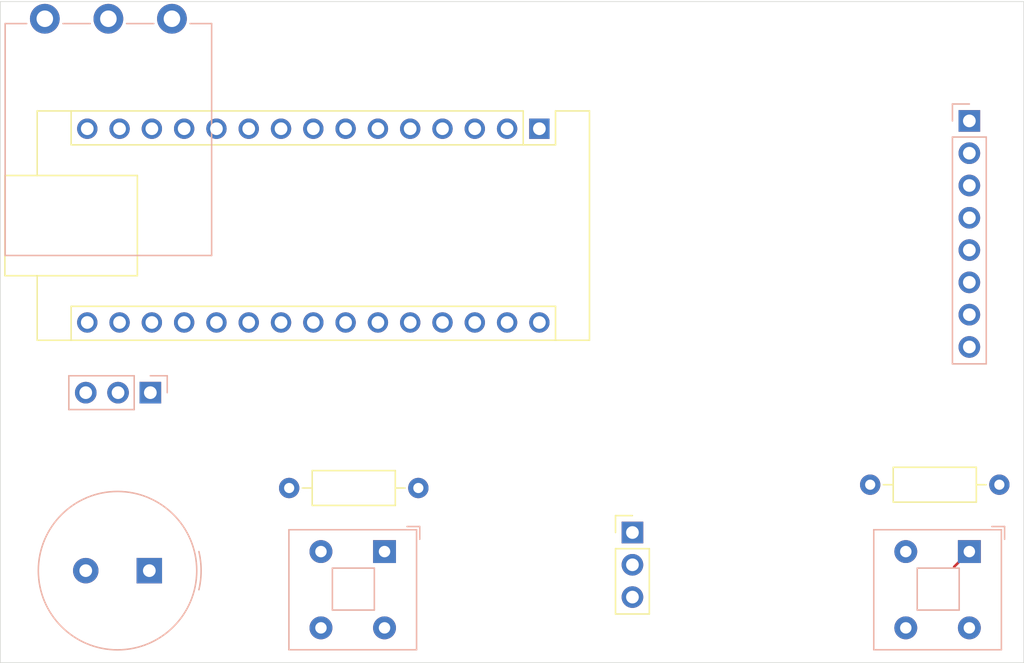
<source format=kicad_pcb>
(kicad_pcb (version 20240108) (generator "pcbnew") (generator_version "8.0")
  (layers (0 "F.Cu" signal) (31 "B.Cu" signal) (34 "B.Paste" user) (35 "F.Paste" user) (36 "B.SilkS" user "B.Silkscreen") (37 "F.SilkS" user "F.Silkscreen") (38 "B.Mask" user) (39 "F.Mask" user) (44 "Edge.Cuts" user))
  (net 0 "")
  (net 1 "Net-(A1-D5)")
  (net 4 "Net-(A1-D9)")
  (net 6 "Net-(A1-D4)")
  (net 7 "Net-(A1-+5V)")
  (net 8 "Net-(A1-D13)")
  (net 12 "Net-(BZ1--)")
  (net 13 "Net-(A1-3V3)")
  (net 15 "Net-(A1-D11)")
  (net 18 "Net-(A1-D10)")
  (net 20 "Net-(A1-D8)")
  (net 21 "Net-(A1-D6)")
  (net 23 "Net-(A1-A0)")
  (net 27 "Net-(A1-D7)")
  (net 31 "Net-(J2-Pin_7)")
  (footprint "Module:Arduino_Nano" (layer "F.Cu") (at 153.4 72 -90)
    (property "Reference" "A1" (hide yes))
    (property "Value" "Arduino_Nano_v3.x" (hide yes))
    (fp_line (start 3.68 42.04) (end 3.68 31.62) (stroke (width 0.12)) (layer "F.SilkS"))
    (fp_line (start 11.56 42.04) (end 3.68 42.04) (stroke (width 0.12)) (layer "F.SilkS"))
    (fp_line (start -1.4 39.5) (end 3.68 39.5) (stroke (width 0.12)) (layer "F.SilkS"))
    (fp_line (start 16.64 39.5) (end 11.56 39.5) (stroke (width 0.12)) (layer "F.SilkS"))
    (fp_line (start 16.64 39.5) (end 16.64 -3.94) (stroke (width 0.12)) (layer "F.SilkS"))
    (fp_line (start 1.27 36.83) (end -1.4 36.83) (stroke (width 0.12)) (layer "F.SilkS"))
    (fp_line (start 13.97 36.83) (end 16.64 36.83) (stroke (width 0.12)) (layer "F.SilkS"))
    (fp_line (start 3.68 31.62) (end 11.56 31.62) (stroke (width 0.12)) (layer "F.SilkS"))
    (fp_line (start 11.56 31.62) (end 11.56 42.04) (stroke (width 0.12)) (layer "F.SilkS"))
    (fp_line (start -1.4 1.27) (end -1.4 39.5) (stroke (width 0.12)) (layer "F.SilkS"))
    (fp_line (start 1.27 1.27) (end 1.27 36.83) (stroke (width 0.12)) (layer "F.SilkS"))
    (fp_line (start 1.27 1.27) (end -1.4 1.27) (stroke (width 0.12)) (layer "F.SilkS"))
    (fp_line (start 1.27 1.27) (end 1.27 -1.27) (stroke (width 0.12)) (layer "F.SilkS"))
    (fp_line (start 1.27 -1.27) (end -1.4 -1.27) (stroke (width 0.12)) (layer "F.SilkS"))
    (fp_line (start 13.97 -1.27) (end 13.97 36.83) (stroke (width 0.12)) (layer "F.SilkS"))
    (fp_line (start 13.97 -1.27) (end 16.64 -1.27) (stroke (width 0.12)) (layer "F.SilkS"))
    (fp_line (start -1.4 -3.94) (end -1.4 -1.27) (stroke (width 0.12)) (layer "F.SilkS"))
    (fp_line (start 16.64 -3.94) (end -1.4 -3.94) (stroke (width 0.12)) (layer "F.SilkS"))
    (pad "1" thru_hole rect (at 0 0 270) (size 1.6 1.6) (drill 1) (layers "*.Cu" "*.Mask"))
    (pad "2" thru_hole oval (at 0 2.54 270) (size 1.6 1.6) (drill 1) (layers "*.Cu" "*.Mask"))
    (pad "3" thru_hole oval (at 0 5.08 270) (size 1.6 1.6) (drill 1) (layers "*.Cu" "*.Mask"))
    (pad "4" thru_hole oval (at 0 7.62 270) (size 1.6 1.6) (drill 1) (layers "*.Cu" "*.Mask") (net 12 "Net-(BZ1--)"))
    (pad "5" thru_hole oval (at 0 10.16 270) (size 1.6 1.6) (drill 1) (layers "*.Cu" "*.Mask"))
    (pad "6" thru_hole oval (at 0 12.7 270) (size 1.6 1.6) (drill 1) (layers "*.Cu" "*.Mask"))
    (pad "7" thru_hole oval (at 0 15.24 270) (size 1.6 1.6) (drill 1) (layers "*.Cu" "*.Mask") (net 6 "Net-(A1-D4)"))
    (pad "8" thru_hole oval (at 0 17.78 270) (size 1.6 1.6) (drill 1) (layers "*.Cu" "*.Mask") (net 1 "Net-(A1-D5)"))
    (pad "9" thru_hole oval (at 0 20.32 270) (size 1.6 1.6) (drill 1) (layers "*.Cu" "*.Mask") (net 21 "Net-(A1-D6)"))
    (pad "10" thru_hole oval (at 0 22.86 270) (size 1.6 1.6) (drill 1) (layers "*.Cu" "*.Mask") (net 27 "Net-(A1-D7)"))
    (pad "11" thru_hole oval (at 0 25.4 270) (size 1.6 1.6) (drill 1) (layers "*.Cu" "*.Mask") (net 20 "Net-(A1-D8)"))
    (pad "12" thru_hole oval (at 0 27.94 270) (size 1.6 1.6) (drill 1) (layers "*.Cu" "*.Mask") (net 4 "Net-(A1-D9)"))
    (pad "13" thru_hole oval (at 0 30.48 270) (size 1.6 1.6) (drill 1) (layers "*.Cu" "*.Mask") (net 18 "Net-(A1-D10)"))
    (pad "14" thru_hole oval (at 0 33.02 270) (size 1.6 1.6) (drill 1) (layers "*.Cu" "*.Mask") (net 15 "Net-(A1-D11)"))
    (pad "15" thru_hole oval (at 0 35.56 270) (size 1.6 1.6) (drill 1) (layers "*.Cu" "*.Mask"))
    (pad "16" thru_hole oval (at 15.24 35.56 270) (size 1.6 1.6) (drill 1) (layers "*.Cu" "*.Mask") (net 8 "Net-(A1-D13)"))
    (pad "17" thru_hole oval (at 15.24 33.02 270) (size 1.6 1.6) (drill 1) (layers "*.Cu" "*.Mask") (net 13 "Net-(A1-3V3)"))
    (pad "18" thru_hole oval (at 15.24 30.48 270) (size 1.6 1.6) (drill 1) (layers "*.Cu" "*.Mask"))
    (pad "19" thru_hole oval (at 15.24 27.94 270) (size 1.6 1.6) (drill 1) (layers "*.Cu" "*.Mask") (net 23 "Net-(A1-A0)"))
    (pad "20" thru_hole oval (at 15.24 25.4 270) (size 1.6 1.6) (drill 1) (layers "*.Cu" "*.Mask"))
    (pad "21" thru_hole oval (at 15.24 22.86 270) (size 1.6 1.6) (drill 1) (layers "*.Cu" "*.Mask"))
    (pad "22" thru_hole oval (at 15.24 20.32 270) (size 1.6 1.6) (drill 1) (layers "*.Cu" "*.Mask"))
    (pad "23" thru_hole oval (at 15.24 17.78 270) (size 1.6 1.6) (drill 1) (layers "*.Cu" "*.Mask"))
    (pad "24" thru_hole oval (at 15.24 15.24 270) (size 1.6 1.6) (drill 1) (layers "*.Cu" "*.Mask"))
    (pad "25" thru_hole oval (at 15.24 12.7 270) (size 1.6 1.6) (drill 1) (layers "*.Cu" "*.Mask"))
    (pad "26" thru_hole oval (at 15.24 10.16 270) (size 1.6 1.6) (drill 1) (layers "*.Cu" "*.Mask"))
    (pad "27" thru_hole oval (at 15.24 7.62 270) (size 1.6 1.6) (drill 1) (layers "*.Cu" "*.Mask") (net 7 "Net-(A1-+5V)"))
    (pad "28" thru_hole oval (at 15.24 5.08 270) (size 1.6 1.6) (drill 1) (layers "*.Cu" "*.Mask"))
    (pad "29" thru_hole oval (at 15.24 2.54 270) (size 1.6 1.6) (drill 1) (layers "*.Cu" "*.Mask"))
    (pad "30" thru_hole oval (at 15.24 0 270) (size 1.6 1.6) (drill 1) (layers "*.Cu" "*.Mask"))
  )
  (footprint "Connector_PinHeader_2.54mm:PinHeader_1x03_P2.54mm_Vertical" (layer "F.Cu") (at 160.72 103.76)
    (property "Reference" "M1" (hide yes))
    (property "Value" "Motor_Servo" (hide yes))
    (fp_line (start -1.33 -1.33) (end 0 -1.33) (stroke (width 0.12)) (layer "F.SilkS"))
    (fp_line (start -1.33 0) (end -1.33 -1.33) (stroke (width 0.12)) (layer "F.SilkS"))
    (fp_line (start -1.33 1.27) (end -1.33 6.41) (stroke (width 0.12)) (layer "F.SilkS"))
    (fp_line (start -1.33 1.27) (end 1.33 1.27) (stroke (width 0.12)) (layer "F.SilkS"))
    (fp_line (start -1.33 6.41) (end 1.33 6.41) (stroke (width 0.12)) (layer "F.SilkS"))
    (fp_line (start 1.33 1.27) (end 1.33 6.41) (stroke (width 0.12)) (layer "F.SilkS"))
    (pad "1" thru_hole rect (at 0 0) (size 1.7 1.7) (drill 1) (layers "*.Cu" "*.Mask") (net 6 "Net-(A1-D4)"))
    (pad "2" thru_hole oval (at 0 2.54) (size 1.7 1.7) (drill 1) (layers "*.Cu" "*.Mask") (net 7 "Net-(A1-+5V)"))
    (pad "3" thru_hole oval (at 0 5.08) (size 1.7 1.7) (drill 1) (layers "*.Cu" "*.Mask") (net 12 "Net-(BZ1--)"))
  )
  (footprint "Resistor_THT:R_Axial_DIN0207_L6.3mm_D2.5mm_P10.16mm_Horizontal" (layer "F.Cu") (at 133.72 100.26)
    (property "Reference" "R2" (hide yes))
    (property "Value" "10k" (hide yes))
    (fp_line (start 1.04 0) (end 1.81 0) (stroke (width 0.12)) (layer "F.SilkS"))
    (fp_line (start 1.81 -1.37) (end 1.81 1.37) (stroke (width 0.12)) (layer "F.SilkS"))
    (fp_line (start 1.81 1.37) (end 8.35 1.37) (stroke (width 0.12)) (layer "F.SilkS"))
    (fp_line (start 8.35 -1.37) (end 1.81 -1.37) (stroke (width 0.12)) (layer "F.SilkS"))
    (fp_line (start 8.35 1.37) (end 8.35 -1.37) (stroke (width 0.12)) (layer "F.SilkS"))
    (fp_line (start 9.12 0) (end 8.35 0) (stroke (width 0.12)) (layer "F.SilkS"))
    (pad "1" thru_hole circle (at 0 0) (size 1.6 1.6) (drill 0.8) (layers "*.Cu" "*.Mask") (net 12 "Net-(BZ1--)"))
    (pad "2" thru_hole oval (at 10.16 0) (size 1.6 1.6) (drill 0.8) (layers "*.Cu" "*.Mask") (net 1 "Net-(A1-D5)"))
  )
  (footprint "Resistor_THT:R_Axial_DIN0207_L6.3mm_D2.5mm_P10.16mm_Horizontal" (layer "F.Cu") (at 179.42 100)
    (property "Reference" "R1" (hide yes))
    (property "Value" "10k" (hide yes))
    (fp_line (start 1.04 0) (end 1.81 0) (stroke (width 0.12)) (layer "F.SilkS"))
    (fp_line (start 1.81 -1.37) (end 1.81 1.37) (stroke (width 0.12)) (layer "F.SilkS"))
    (fp_line (start 1.81 1.37) (end 8.35 1.37) (stroke (width 0.12)) (layer "F.SilkS"))
    (fp_line (start 8.35 -1.37) (end 1.81 -1.37) (stroke (width 0.12)) (layer "F.SilkS"))
    (fp_line (start 8.35 1.37) (end 8.35 -1.37) (stroke (width 0.12)) (layer "F.SilkS"))
    (fp_line (start 9.12 0) (end 8.35 0) (stroke (width 0.12)) (layer "F.SilkS"))
    (pad "1" thru_hole circle (at 0 0) (size 1.6 1.6) (drill 0.8) (layers "*.Cu" "*.Mask") (net 12 "Net-(BZ1--)"))
    (pad "2" thru_hole oval (at 10.16 0) (size 1.6 1.6) (drill 0.8) (layers "*.Cu" "*.Mask") (net 21 "Net-(A1-D6)"))
  )
  (footprint "Button_Switch_THT:SW_Push_2P1T_Toggle_CK_PVA1xxH1xxxxxxV2" (layer "B.Cu") (at 187.22 105.26 180)
    (property "Reference" "backBtn1" (hide yes))
    (property "Value" "SW_Push" (hide yes))
    (fp_line (start 7.52 1.72) (end 7.52 -7.72) (stroke (width 0.12)) (layer "B.SilkS"))
    (fp_line (start 4.1 -4.6) (end 4.1 -1.3) (stroke (width 0.12)) (layer "B.SilkS"))
    (fp_line (start 0.8 -1.3) (end 4.1 -1.3) (stroke (width 0.12)) (layer "B.SilkS"))
    (fp_line (start 0.8 -4.6) (end 4.1 -4.6) (stroke (width 0.12)) (layer "B.SilkS"))
    (fp_line (start 0.8 -4.6) (end 0.8 -1.3) (stroke (width 0.12)) (layer "B.SilkS"))
    (fp_line (start -2.52 1.72) (end 7.52 1.72) (stroke (width 0.12)) (layer "B.SilkS"))
    (fp_line (start -2.52 1.72) (end -2.52 -7.72) (stroke (width 0.12)) (layer "B.SilkS"))
    (fp_line (start -2.52 -7.72) (end 7.52 -7.72) (stroke (width 0.12)) (layer "B.SilkS"))
    (fp_line (start -2.77 1.97) (end -1.77 1.97) (stroke (width 0.12)) (layer "B.SilkS"))
    (fp_line (start -2.77 1.97) (end -2.77 0.97) (stroke (width 0.12)) (layer "B.SilkS"))
    (pad "1" thru_hole rect (at 0 0 180) (size 1.8 1.8) (drill 0.9) (layers "*.Cu" "*.Mask") (net 7 "Net-(A1-+5V)"))
    (pad "2" thru_hole circle (at 5 0 180) (size 1.8 1.8) (drill 0.9) (layers "*.Cu" "*.Mask") (net 21 "Net-(A1-D6)"))
    (pad "3" thru_hole circle (at 0 -6 180) (size 1.8 1.8) (drill 0.9) (layers "*.Cu" "*.Mask"))
    (pad "4" thru_hole circle (at 5 -6 180) (size 1.8 1.8) (drill 0.9) (layers "*.Cu" "*.Mask"))
  )
  (footprint "Buzzer_Beeper:Buzzer_TDK_PS1240P02BT_D12.2mm_H6.5mm" (layer "B.Cu") (at 122.72 106.76 180)
    (property "Reference" "BZ1" (hide yes))
    (property "Value" "Buzzer" (hide yes))
    (fp_arc (start -3.9 1.5) (mid -4.073431 0) (end -3.9 -1.499999) (stroke (width 0.12)) (layer "B.SilkS"))
    (fp_circle (center 2.5 0) (end 8.73 0) (stroke (width 0.12)) (fill none) (layer "B.SilkS"))
    (pad "1" thru_hole rect (at 0 0 180) (size 2 2) (drill 1) (layers "*.Cu" "*.Mask") (net 27 "Net-(A1-D7)"))
    (pad "2" thru_hole circle (at 5 0 180) (size 2 2) (drill 1) (layers "*.Cu" "*.Mask") (net 12 "Net-(BZ1--)"))
  )
  (footprint "Button_Switch_THT:SW_Push_2P1T_Toggle_CK_PVA1xxH1xxxxxxV2" (layer "B.Cu") (at 141.22 105.26 180)
    (property "Reference" "confirmBtn1" (hide yes))
    (property "Value" "SW_Push" (hide yes))
    (fp_line (start 7.52 1.72) (end 7.52 -7.72) (stroke (width 0.12)) (layer "B.SilkS"))
    (fp_line (start 4.1 -4.6) (end 4.1 -1.3) (stroke (width 0.12)) (layer "B.SilkS"))
    (fp_line (start 0.8 -1.3) (end 4.1 -1.3) (stroke (width 0.12)) (layer "B.SilkS"))
    (fp_line (start 0.8 -4.6) (end 4.1 -4.6) (stroke (width 0.12)) (layer "B.SilkS"))
    (fp_line (start 0.8 -4.6) (end 0.8 -1.3) (stroke (width 0.12)) (layer "B.SilkS"))
    (fp_line (start -2.52 1.72) (end 7.52 1.72) (stroke (width 0.12)) (layer "B.SilkS"))
    (fp_line (start -2.52 1.72) (end -2.52 -7.72) (stroke (width 0.12)) (layer "B.SilkS"))
    (fp_line (start -2.52 -7.72) (end 7.52 -7.72) (stroke (width 0.12)) (layer "B.SilkS"))
    (fp_line (start -2.77 1.97) (end -1.77 1.97) (stroke (width 0.12)) (layer "B.SilkS"))
    (fp_line (start -2.77 1.97) (end -2.77 0.97) (stroke (width 0.12)) (layer "B.SilkS"))
    (pad "1" thru_hole rect (at 0 0 180) (size 1.8 1.8) (drill 0.9) (layers "*.Cu" "*.Mask") (net 7 "Net-(A1-+5V)"))
    (pad "2" thru_hole circle (at 5 0 180) (size 1.8 1.8) (drill 0.9) (layers "*.Cu" "*.Mask") (net 1 "Net-(A1-D5)"))
    (pad "3" thru_hole circle (at 0 -6 180) (size 1.8 1.8) (drill 0.9) (layers "*.Cu" "*.Mask"))
    (pad "4" thru_hole circle (at 5 -6 180) (size 1.8 1.8) (drill 0.9) (layers "*.Cu" "*.Mask"))
  )
  (footprint "Connector_PinSocket_2.54mm:PinSocket_1x03_P2.54mm_Vertical" (layer "B.Cu") (at 122.8 92.76 90)
    (property "Reference" "Toggle-switch1" (hide yes))
    (property "Value" "SW_SPST" (hide yes))
    (fp_line (start 1.33 -6.41) (end -1.33 -6.41) (stroke (width 0.12)) (layer "B.SilkS"))
    (fp_line (start 1.33 -6.41) (end 1.33 -1.27) (stroke (width 0.12)) (layer "B.SilkS"))
    (fp_line (start -1.33 -6.41) (end -1.33 -1.27) (stroke (width 0.12)) (layer "B.SilkS"))
    (fp_line (start 1.33 -1.27) (end -1.33 -1.27) (stroke (width 0.12)) (layer "B.SilkS"))
    (fp_line (start 1.33 0) (end 1.33 1.33) (stroke (width 0.12)) (layer "B.SilkS"))
    (fp_line (start 1.33 1.33) (end 0 1.33) (stroke (width 0.12)) (layer "B.SilkS"))
    (pad "1" thru_hole rect (at 0 0 90) (size 1.7 1.7) (drill 1) (layers "*.Cu" "*.Mask") (net 7 "Net-(A1-+5V)"))
    (pad "2" thru_hole oval (at 0 -2.54 90) (size 1.7 1.7) (drill 1) (layers "*.Cu" "*.Mask") (net 31 "Net-(J2-Pin_7)"))
    (pad "3" thru_hole oval (at 0 -5.08 90) (size 1.7 1.7) (drill 1) (layers "*.Cu" "*.Mask"))
  )
  (footprint "Potentiometer_THT:Potentiometer_Piher_PC-16_Single_Vertical" (layer "B.Cu") (at 124.5 63.35 -90)
    (property "Reference" "RV1" (hide yes))
    (property "Value" "Potmeter-10k" (hide yes))
    (fp_line (start 18.62 13.12) (end 0.38 13.12) (stroke (width 0.12)) (layer "B.SilkS"))
    (fp_line (start 0.38 11.426) (end 0.38 13.12) (stroke (width 0.12)) (layer "B.SilkS"))
    (fp_line (start 0.38 6.425) (end 0.38 8.574) (stroke (width 0.12)) (layer "B.SilkS"))
    (fp_line (start 0.38 1.425) (end 0.38 3.575) (stroke (width 0.12)) (layer "B.SilkS"))
    (fp_line (start 0.38 -3.12) (end 0.38 -1.425) (stroke (width 0.12)) (layer "B.SilkS"))
    (fp_line (start 18.62 -3.12) (end 18.62 13.12) (stroke (width 0.12)) (layer "B.SilkS"))
    (fp_line (start 18.62 -3.12) (end 0.38 -3.12) (stroke (width 0.12)) (layer "B.SilkS"))
    (pad "1" thru_hole circle (at 0 0 270) (size 2.34 2.34) (drill 1.3) (layers "*.Cu" "*.Mask") (net 12 "Net-(BZ1--)"))
    (pad "2" thru_hole circle (at 0 5 270) (size 2.34 2.34) (drill 1.3) (layers "*.Cu" "*.Mask") (net 23 "Net-(A1-A0)"))
    (pad "3" thru_hole circle (at 0 10 270) (size 2.34 2.34) (drill 1.3) (layers "*.Cu" "*.Mask") (net 7 "Net-(A1-+5V)"))
  )
  (footprint "Connector_PinSocket_2.54mm:PinSocket_1x08_P2.54mm_Vertical" (layer "B.Cu") (at 187.22 71.385 180)
    (property "Reference" "J2" (hide yes))
    (property "Value" "1.8\"TFT-screen-socket" (hide yes))
    (fp_line (start 1.33 1.33) (end 0 1.33) (stroke (width 0.12)) (layer "B.SilkS"))
    (fp_line (start 1.33 0) (end 1.33 1.33) (stroke (width 0.12)) (layer "B.SilkS"))
    (fp_line (start 1.33 -1.27) (end -1.33 -1.27) (stroke (width 0.12)) (layer "B.SilkS"))
    (fp_line (start 1.33 -19.11) (end 1.33 -1.27) (stroke (width 0.12)) (layer "B.SilkS"))
    (fp_line (start 1.33 -19.11) (end -1.33 -19.11) (stroke (width 0.12)) (layer "B.SilkS"))
    (fp_line (start -1.33 -19.11) (end -1.33 -1.27) (stroke (width 0.12)) (layer "B.SilkS"))
    (pad "1" thru_hole rect (at 0 0 180) (size 1.7 1.7) (drill 1) (layers "*.Cu" "*.Mask") (net 13 "Net-(A1-3V3)"))
    (pad "2" thru_hole oval (at 0 -2.54 180) (size 1.7 1.7) (drill 1) (layers "*.Cu" "*.Mask") (net 18 "Net-(A1-D10)"))
    (pad "3" thru_hole oval (at 0 -5.08 180) (size 1.7 1.7) (drill 1) (layers "*.Cu" "*.Mask") (net 4 "Net-(A1-D9)"))
    (pad "4" thru_hole oval (at 0 -7.62 180) (size 1.7 1.7) (drill 1) (layers "*.Cu" "*.Mask") (net 20 "Net-(A1-D8)"))
    (pad "5" thru_hole oval (at 0 -10.16 180) (size 1.7 1.7) (drill 1) (layers "*.Cu" "*.Mask") (net 15 "Net-(A1-D11)"))
    (pad "6" thru_hole oval (at 0 -12.7 180) (size 1.7 1.7) (drill 1) (layers "*.Cu" "*.Mask") (net 8 "Net-(A1-D13)"))
    (pad "7" thru_hole oval (at 0 -15.24 180) (size 1.7 1.7) (drill 1) (layers "*.Cu" "*.Mask") (net 31 "Net-(J2-Pin_7)"))
    (pad "8" thru_hole oval (at 0 -17.78 180) (size 1.7 1.7) (drill 1) (layers "*.Cu" "*.Mask") (net 12 "Net-(BZ1--)"))
  )
  (gr_rect (start 111 62) (end 191.5 114) (stroke (width 0.05)) (fill none) (layer "Edge.Cuts"))
  (segment (start 187.22 105.26) (end 186.02 106.46) (width 0.2) (layer "F.Cu") (net 7))
)
</source>
